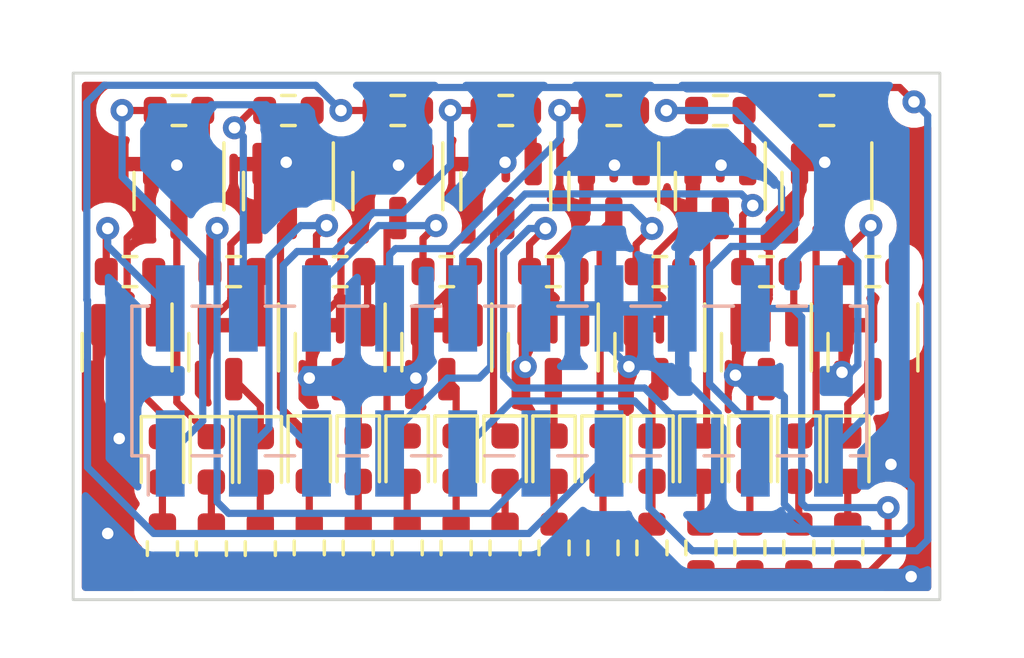
<source format=kicad_pcb>
(kicad_pcb (version 20221018) (generator pcbnew)
  (layers (0 "F.Cu" signal) (31 "B.Cu" signal) (34 "B.Paste" user) (35 "F.Paste" user) (36 "B.SilkS" user "B.Silkscreen") (37 "F.SilkS" user "F.Silkscreen") (38 "B.Mask" user) (39 "F.Mask" user) (44 "Edge.Cuts" user))
  (net 0 "")
  (net 1 "Net-(D1-K)")
  (net 2 "Net-(D1-A)")
  (net 3 "Net-(D7-K)")
  (net 4 "Net-(D7-A)")
  (net 5 "Net-(D13-K)")
  (net 6 "Net-(D13-A)")
  (net 7 "Net-(D19-K)")
  (net 8 "Net-(D19-A)")
  (net 9 "Net-(D25-K)")
  (net 10 "Net-(D25-A)")
  (net 11 "Net-(D31-K)")
  (net 12 "Net-(D31-A)")
  (net 13 "Net-(D37-K)")
  (net 14 "Net-(D37-A)")
  (net 15 "Net-(D43-K)")
  (net 16 "Net-(D43-A)")
  (net 17 "Net-(D49-K)")
  (net 18 "Net-(D49-A)")
  (net 19 "Net-(D55-K)")
  (net 20 "Net-(D55-A)")
  (net 21 "Net-(D61-K)")
  (net 22 "Net-(D61-A)")
  (net 23 "Net-(D67-K)")
  (net 24 "Net-(D67-A)")
  (net 25 "Net-(D73-K)")
  (net 26 "Net-(D73-A)")
  (net 27 "Net-(D79-K)")
  (net 28 "Net-(D79-A)")
  (net 29 "Net-(D85-K)")
  (net 30 "Net-(D85-A)")
  (net 31 "W1")
  (net 32 "B1")
  (net 33 "W2")
  (net 34 "B2")
  (net 35 "W3")
  (net 36 "B3")
  (net 37 "W4")
  (net 38 "B4")
  (net 39 "W5")
  (net 40 "B5")
  (net 41 "R1")
  (net 42 "GND")
  (net 43 "R2")
  (net 44 "R3")
  (net 45 "R4")
  (net 46 "+5V")
  (net 47 "R5")
  (net 48 "Net-(Q1-G)")
  (net 49 "Net-(Q2-G)")
  (net 50 "Net-(Q3-G)")
  (net 51 "Net-(Q4-G)")
  (net 52 "Net-(Q5-G)")
  (net 53 "Net-(Q6-G)")
  (net 54 "Net-(Q7-G)")
  (net 55 "Net-(Q8-G)")
  (net 56 "Net-(Q9-G)")
  (net 57 "Net-(Q10-G)")
  (net 58 "Net-(Q11-G)")
  (net 59 "Net-(Q12-G)")
  (net 60 "Net-(Q13-G)")
  (net 61 "Net-(Q14-G)")
  (net 62 "Net-(Q15-G)")
  (footprint "Package_TO_SOT_SMD:SOT-23" (layer "F.Cu") (at 146.875 124.9 -90)
    (fp_text reference "Q2" hide)
    (fp_text value "2N7002")
  )
  (footprint "Resistor_SMD:R_0603_1608Metric" (layer "F.Cu") (at 147.8 131.725 -90)
    (fp_text reference "R7" hide)
    (fp_text value "150")
  )
  (footprint "Resistor_SMD:R_0603_1608Metric" (layer "F.Cu") (at 158 131.7 -90)
    (fp_text reference "R49" hide)
    (fp_text value "150")
  )
  (footprint "Resistor_SMD:R_0603_1608Metric" (layer "F.Cu") (at 143.275 122.1)
    (fp_text reference "R19" hide)
    (fp_text value "100")
  )
  (footprint "Resistor_SMD:R_0603_1608Metric" (layer "F.Cu") (at 159.7 131.7 -90)
    (fp_text reference "R64" hide)
    (fp_text value "390")
  )
  (footprint "LED_SMD:LED_0603_1608Metric" (layer "F.Cu") (at 146.1 128.625 -90)
    (fp_text reference "D13" hide)
    (fp_text value "WHITE")
  )
  (footprint "Resistor_SMD:R_0603_1608Metric" (layer "F.Cu") (at 144.4 131.725 -90)
    (fp_text reference "R1" hide)
    (fp_text value "390")
  )
  (footprint "Package_TO_SOT_SMD:SOT-23" (layer "F.Cu") (at 144.975 119.3 -90)
    (fp_text reference "Q3" hide)
    (fp_text value "2N7002")
  )
  (footprint "Package_TO_SOT_SMD:SOT-23" (layer "F.Cu") (at 154.275 124.9 -90)
    (fp_text reference "Q7" hide)
    (fp_text value "2N7002")
  )
  (footprint "Resistor_SMD:R_0603_1608Metric" (layer "F.Cu") (at 154.6 131.7 -90)
    (fp_text reference "R43" hide)
    (fp_text value "390")
  )
  (footprint "LED_SMD:LED_0603_1608Metric" (layer "F.Cu") (at 152.9 128.6 -90)
    (fp_text reference "D25" hide)
    (fp_text value "RED")
  )
  (footprint "Resistor_SMD:R_0603_1608Metric" (layer "F.Cu") (at 160.075 116.5)
    (fp_text reference "R88" hide)
    (fp_text value "100")
  )
  (footprint "Package_TO_SOT_SMD:SOT-23" (layer "F.Cu") (at 165.375 124.9 -90)
    (fp_text reference "Q14" hide)
    (fp_text value "2N7002")
  )
  (footprint "Resistor_SMD:R_0603_1608Metric" (layer "F.Cu") (at 152.9 131.7 -90)
    (fp_text reference "R28" hide)
    (fp_text value "150")
  )
  (footprint "Resistor_SMD:R_0603_1608Metric" (layer "F.Cu") (at 161.4 131.7 -90)
    (fp_text reference "R76" hide)
    (fp_text value "100")
  )
  (footprint "LED_SMD:LED_0603_1608Metric" (layer "F.Cu") (at 158 128.6 -90)
    (fp_text reference "D43" hide)
    (fp_text value "RED")
  )
  (footprint "Resistor_SMD:R_0603_1608Metric" (layer "F.Cu") (at 157.975 122.1)
    (fp_text reference "R62" hide)
    (fp_text value "100")
  )
  (footprint "Package_TO_SOT_SMD:SOT-23" (layer "F.Cu") (at 156.325 119.3 -90)
    (fp_text reference "Q9" hide)
    (fp_text value "2N7002")
  )
  (footprint "LED_SMD:LED_0603_1608Metric" (layer "F.Cu") (at 163.1 128.6 -90)
    (fp_text reference "D61" hide)
    (fp_text value "RED")
  )
  (footprint "LED_SMD:LED_0603_1608Metric" (layer "F.Cu") (at 156.3 128.6 -90)
    (fp_text reference "D49" hide)
    (fp_text value "WHITE")
  )
  (footprint "Package_TO_SOT_SMD:SOT-23" (layer "F.Cu") (at 169.075 124.9 -90)
    (fp_text reference "Q15" hide)
    (fp_text value "2N7002")
  )
  (footprint "Package_TO_SOT_SMD:SOT-23" (layer "F.Cu") (at 152.575 119.3 -90)
    (fp_text reference "Q5" hide)
    (fp_text value "2N7002")
  )
  (footprint "LED_SMD:LED_0603_1608Metric" (layer "F.Cu") (at 164.8 128.6 -90)
    (fp_text reference "D79" hide)
    (fp_text value "BLUE")
  )
  (footprint "LED_SMD:LED_0603_1608Metric" (layer "F.Cu") (at 166.5 128.6 -90)
    (fp_text reference "D73" hide)
    (fp_text value "WHITE")
  )
  (footprint "Resistor_SMD:R_0603_1608Metric" (layer "F.Cu") (at 156.3 131.7 -90)
    (fp_text reference "R55" hide)
    (fp_text value "100")
  )
  (footprint "Resistor_SMD:R_0603_1608Metric" (layer "F.Cu") (at 154.275 122.1)
    (fp_text reference "R61" hide)
    (fp_text value "100")
  )
  (footprint "Resistor_SMD:R_0603_1608Metric" (layer "F.Cu") (at 146.1 131.725 -90)
    (fp_text reference "R13" hide)
    (fp_text value "100")
  )
  (footprint "LED_SMD:LED_0603_1608Metric" (layer "F.Cu") (at 147.8 128.625 -90)
    (fp_text reference "D7" hide)
    (fp_text value "RED")
  )
  (footprint "Package_TO_SOT_SMD:SOT-23" (layer "F.Cu") (at 163.775 119.3 -90)
    (fp_text reference "Q11" hide)
    (fp_text value "2N7002")
  )
  (footprint "Package_TO_SOT_SMD:SOT-23" (layer "F.Cu") (at 157.975 124.9 -90)
    (fp_text reference "Q8" hide)
    (fp_text value "2N7002")
  )
  (footprint "LED_SMD:LED_0603_1608Metric" (layer "F.Cu") (at 154.6 128.6 -90)
    (fp_text reference "D37" hide)
    (fp_text value "BLUE")
  )
  (footprint "LED_SMD:LED_0603_1608Metric" (layer "F.Cu") (at 144.4 128.625 -90)
    (fp_text reference "D1" hide)
    (fp_text value "BLUE")
  )
  (footprint "Resistor_SMD:R_0603_1608Metric" (layer "F.Cu") (at 166.5 131.7 -90)
    (fp_text reference "R82" hide)
    (fp_text value "100")
  )
  (footprint "Resistor_SMD:R_0603_1608Metric" (layer "F.Cu") (at 152.575 116.5)
    (fp_text reference "R41" hide)
    (fp_text value "100")
  )
  (footprint "Package_TO_SOT_SMD:SOT-23" (layer "F.Cu") (at 167.475 119.3 -90)
    (fp_text reference "Q13" hide)
    (fp_text value "2N7002")
  )
  (footprint "LED_SMD:LED_0603_1608Metric" (layer "F.Cu") (at 159.7 128.6 -90)
    (fp_text reference "D55" hide)
    (fp_text value "BLUE")
  )
  (footprint "Resistor_SMD:R_0603_1608Metric" (layer "F.Cu") (at 146.875 122.1)
    (fp_text reference "R20" hide)
    (fp_text value "100")
  )
  (footprint "Resistor_SMD:R_0603_1608Metric" (layer "F.Cu") (at 167.475 116.5)
    (fp_text reference "R91" hide)
    (fp_text value "100")
  )
  (footprint "Resistor_SMD:R_0603_1608Metric" (layer "F.Cu") (at 151.2 131.7 -90)
    (fp_text reference "R34" hide)
    (fp_text value "100")
  )
  (footprint "Package_TO_SOT_SMD:SOT-23" (layer "F.Cu") (at 148.775 119.3 -90)
    (fp_text reference "Q4" hide)
    (fp_text value "2N7002")
  )
  (footprint "Package_TO_SOT_SMD:SOT-23" (layer "F.Cu") (at 150.575 124.9 -90)
    (fp_text reference "Q6" hide)
    (fp_text value "2N7002")
  )
  (footprint "Resistor_SMD:R_0603_1608Metric" (layer "F.Cu") (at 150.575 122.1)
    (fp_text reference "R42" hide)
    (fp_text value "100")
  )
  (footprint "Resistor_SMD:R_0603_1608Metric" (layer "F.Cu") (at 161.675 122.1)
    (fp_text reference "R90" hide)
    (fp_text value "100")
  )
  (footprint "LED_SMD:LED_0603_1608Metric" (layer "F.Cu") (at 161.4 128.6 -90)
    (fp_text reference "D67" hide)
    (fp_text value "WHITE")
  )
  (footprint "Package_TO_SOT_SMD:SOT-23" (layer "F.Cu") (at 143.175 124.9 -90)
    (fp_text reference "Q1" hide)
    (fp_text value "2N7002")
  )
  (footprint "Resistor_SMD:R_0603_1608Metric" (layer "F.Cu") (at 169.075 122.1)
    (fp_text reference "R105" hide)
    (fp_text value "100")
  )
  (footprint "LED_SMD:LED_0603_1608Metric" (layer "F.Cu") (at 168.2 128.6 -90)
    (fp_text reference "D85" hide)
    (fp_text value "RED")
  )
  (footprint "Resistor_SMD:R_0603_1608Metric" (layer "F.Cu") (at 148.775 116.5)
    (fp_text reference "R40" hide)
    (fp_text value "100")
  )
  (footprint "LED_SMD:LED_0603_1608Metric" (layer "F.Cu") (at 151.2 128.6 -90)
    (fp_text reference "D31" hide)
    (fp_text value "WHITE")
  )
  (footprint "Package_TO_SOT_SMD:SOT-23" (layer "F.Cu") (at 161.675 124.9 -90)
    (fp_text reference "Q12" hide)
    (fp_text value "2N7002")
  )
  (footprint "Resistor_SMD:R_0603_1608Metric" (layer "F.Cu") (at 144.975 116.5)
    (fp_text reference "R21" hide)
    (fp_text value "100")
  )
  (footprint "LED_SMD:LED_0603_1608Metric" (layer "F.Cu") (at 149.5 128.6 -90)
    (fp_text reference "D19" hide)
    (fp_text value "BLUE")
  )
  (footprint "Resistor_SMD:R_0603_1608Metric" (layer "F.Cu") (at 163.775 116.5)
    (fp_text reference "R89" hide)
    (fp_text value "100")
  )
  (footprint "Resistor_SMD:R_0603_1608Metric" (layer "F.Cu") (at 165.375 122.1)
    (fp_text reference "R104" hide)
    (fp_text value "100")
  )
  (footprint "Resistor_SMD:R_0603_1608Metric" (layer "F.Cu") (at 163.1 131.7 -90)
    (fp_text reference "R70" hide)
    (fp_text value "150")
  )
  (footprint "Resistor_SMD:R_0603_1608Metric" (layer "F.Cu") (at 149.5 131.7 -90)
    (fp_text reference "R22" hide)
    (fp_text value "390")
  )
  (footprint "Resistor_SMD:R_0603_1608Metric" (layer "F.Cu") (at 168.2 131.7 -90)
    (fp_text reference "R98" hide)
    (fp_text value "150")
  )
  (footprint "Resistor_SMD:R_0603_1608Metric" (layer "F.Cu") (at 156.325 116.5)
    (fp_text reference "R63" hide)
    (fp_text value "100")
  )
  (footprint "Package_TO_SOT_SMD:SOT-23" (layer "F.Cu") (at 160.075 119.3 -90)
    (fp_text reference "Q10" hide)
    (fp_text value "2N7002")
  )
  (footprint "Resistor_SMD:R_0603_1608Metric" (layer "F.Cu") (at 164.8 131.7 -90)
    (fp_text reference "R92" hide)
    (fp_text value "390")
  )
  (footprint "Connector_PinSocket_2.54mm:PinSocket_2x10_P2.54mm_Vertical_SMD" (layer "B.Cu") (at 156.1 125.9 -90)
    (fp_text reference "J2" hide)
    (fp_text value "Conn_02x10_Odd_Even")
  )
  (gr_rect (start 141.3 115.2) (end 171.4 133.5) (stroke (width 0.1)) (fill none) (layer "Edge.Cuts"))
  (segment (start 144.4 127.0625) (end 143.175 125.8375) (width 0.25) (layer "F.Cu") (net 1))
  (segment (start 144.4 127.8375) (end 144.4 127.0625) (width 0.25) (layer "F.Cu") (net 1))
  (segment (start 144.4 130.9) (end 144.4 129.4125) (width 0.25) (layer "F.Cu") (net 2))
  (segment (start 147.8 127.8375) (end 147.8 126.7625) (width 0.25) (layer "F.Cu") (net 3))
  (segment (start 147.8 126.7625) (end 146.875 125.8375) (width 0.25) (layer "F.Cu") (net 3))
  (segment (start 147.8 130.9) (end 147.8 129.4125) (width 0.25) (layer "F.Cu") (net 4))
  (segment (start 144.9 120.3125) (end 144.975 120.2375) (width 0.25) (layer "F.Cu") (net 5))
  (segment (start 146.1 127.8375) (end 144.9 126.6375) (width 0.25) (layer "F.Cu") (net 5))
  (segment (start 144.9 126.6375) (end 144.9 120.3125) (width 0.25) (layer "F.Cu") (net 5))
  (segment (start 146.1 130.9) (end 146.1 129.4125) (width 0.25) (layer "F.Cu") (net 6))
  (segment (start 149.5 127.8125) (end 148.5 126.8125) (width 0.25) (layer "F.Cu") (net 7))
  (segment (start 148.5 126.8125) (end 148.5 120.5125) (width 0.25) (layer "F.Cu") (net 7))
  (segment (start 148.5 120.5125) (end 148.775 120.2375) (width 0.25) (layer "F.Cu") (net 7))
  (segment (start 149.5 130.875) (end 149.5 129.3875) (width 0.25) (layer "F.Cu") (net 8))
  (segment (start 152.2 127.1125) (end 152.2 120.6125) (width 0.25) (layer "F.Cu") (net 9))
  (segment (start 152.2 120.6125) (end 152.575 120.2375) (width 0.25) (layer "F.Cu") (net 9))
  (segment (start 152.9 127.8125) (end 152.2 127.1125) (width 0.25) (layer "F.Cu") (net 9))
  (segment (start 152.9 130.875) (end 152.9 129.3875) (width 0.25) (layer "F.Cu") (net 10))
  (segment (start 151.2 127.8125) (end 151.2 126.4625) (width 0.25) (layer "F.Cu") (net 11))
  (segment (start 151.2 126.4625) (end 150.575 125.8375) (width 0.25) (layer "F.Cu") (net 11))
  (segment (start 151.2 130.875) (end 151.2 129.3875) (width 0.25) (layer "F.Cu") (net 12))
  (segment (start 154.6 127.8125) (end 154.6 126.1625) (width 0.25) (layer "F.Cu") (net 13))
  (segment (start 154.6 126.1625) (end 154.275 125.8375) (width 0.25) (layer "F.Cu") (net 13))
  (segment (start 154.6 130.875) (end 154.6 129.3875) (width 0.25) (layer "F.Cu") (net 14))
  (segment (start 158 127.8125) (end 158 125.8625) (width 0.25) (layer "F.Cu") (net 15))
  (segment (start 158 125.8625) (end 157.975 125.8375) (width 0.25) (layer "F.Cu") (net 15))
  (segment (start 158 130.875) (end 158 129.3875) (width 0.25) (layer "F.Cu") (net 16))
  (segment (start 155.9 120.6625) (end 156.325 120.2375) (width 0.25) (layer "F.Cu") (net 17))
  (segment (start 156.3 127.8125) (end 155.9 127.4125) (width 0.25) (layer "F.Cu") (net 17))
  (segment (start 155.9 127.4125) (end 155.9 120.6625) (width 0.25) (layer "F.Cu") (net 17))
  (segment (start 156.3 130.875) (end 156.3 129.3875) (width 0.25) (layer "F.Cu") (net 18))
  (segment (start 159.6 120.7125) (end 160.075 120.2375) (width 0.25) (layer "F.Cu") (net 19))
  (segment (start 159.6 127.7125) (end 159.6 120.7125) (width 0.25) (layer "F.Cu") (net 19))
  (segment (start 159.7 127.8125) (end 159.6 127.7125) (width 0.25) (layer "F.Cu") (net 19))
  (segment (start 159.7 130.875) (end 159.7 129.3875) (width 0.25) (layer "F.Cu") (net 20))
  (segment (start 163.3 120.7125) (end 163.775 120.2375) (width 0.25) (layer "F.Cu") (net 21))
  (segment (start 163.3 127.6125) (end 163.3 120.7125) (width 0.25) (layer "F.Cu") (net 21))
  (segment (start 163.1 127.8125) (end 163.3 127.6125) (width 0.25) (layer "F.Cu") (net 21))
  (segment (start 163.1 130.875) (end 163.1 129.3875) (width 0.25) (layer "F.Cu") (net 22))
  (segment (start 161.4 127.8125) (end 161.4 126.1125) (width 0.25) (layer "F.Cu") (net 23))
  (segment (start 161.4 126.1125) (end 161.675 125.8375) (width 0.25) (layer "F.Cu") (net 23))
  (segment (start 161.4 130.875) (end 161.4 129.3875) (width 0.25) (layer "F.Cu") (net 24))
  (segment (start 167.1 120.6125) (end 167.475 120.2375) (width 0.25) (layer "F.Cu") (net 25))
  (segment (start 167.1 127.2125) (end 167.1 120.6125) (width 0.25) (layer "F.Cu") (net 25))
  (segment (start 166.5 127.8125) (end 167.1 127.2125) (width 0.25) (layer "F.Cu") (net 25))
  (segment (start 166.5 130.875) (end 166.5 129.3875) (width 0.25) (layer "F.Cu") (net 26))
  (segment (start 164.8 127.8125) (end 164.8 126.4125) (width 0.25) (layer "F.Cu") (net 27))
  (segment (start 164.8 126.4125) (end 165.375 125.8375) (width 0.25) (layer "F.Cu") (net 27))
  (segment (start 164.8 130.875) (end 164.8 129.3875) (width 0.25) (layer "F.Cu") (net 28))
  (segment (start 168.2 126.7125) (end 169.075 125.8375) (width 0.25) (layer "F.Cu") (net 29))
  (segment (start 168.2 127.8125) (end 168.2 126.7125) (width 0.25) (layer "F.Cu") (net 29))
  (segment (start 168.2 130.875) (end 168.2 129.3875) (width 0.25) (layer "F.Cu") (net 30))
  (segment (start 143 116.5) (end 144.15 116.5) (width 0.25) (layer "F.Cu") (net 31))
  (via (at 143 116.5) (size 0.8) (drill 0.4) (layers "F.Cu" "B.Cu") (net 31))
  (segment (start 144.67 128.42) (end 145.8 127.29) (width 0.25) (layer "B.Cu") (net 31))
  (segment (start 143 118.8) (end 143 116.5) (width 0.25) (layer "B.Cu") (net 31))
  (segment (start 145.8 121.6) (end 143 118.8) (width 0.25) (layer "B.Cu") (net 31))
  (segment (start 145.8 127.29) (end 145.8 121.6) (width 0.25) (layer "B.Cu") (net 31))
  (segment (start 142.45 120.65) (end 142.45 122.1) (width 0.25) (layer "F.Cu") (net 32))
  (segment (start 142.5 120.6) (end 142.45 120.65) (width 0.25) (layer "F.Cu") (net 32))
  (via (at 142.5 120.6) (size 0.8) (drill 0.4) (layers "F.Cu" "B.Cu") (net 32))
  (segment (start 142.5 121.21) (end 142.5 120.6) (width 0.25) (layer "B.Cu") (net 32))
  (segment (start 144.67 123.38) (end 142.5 121.21) (width 0.25) (layer "B.Cu") (net 32))
  (segment (start 149.75 120.85) (end 149.75 122.1) (width 0.25) (layer "F.Cu") (net 33))
  (segment (start 150.1 120.5) (end 149.75 120.85) (width 0.25) (layer "F.Cu") (net 33))
  (via (at 150.1 120.5) (size 0.8) (drill 0.4) (layers "F.Cu" "B.Cu") (net 33))
  (segment (start 148.1 127.53) (end 148.1 121.6) (width 0.25) (layer "B.Cu") (net 33))
  (segment (start 149.2 120.5) (end 150.1 120.5) (width 0.25) (layer "B.Cu") (net 33))
  (segment (start 148.1 121.6) (end 149.2 120.5) (width 0.25) (layer "B.Cu") (net 33))
  (segment (start 147.21 128.42) (end 148.1 127.53) (width 0.25) (layer "B.Cu") (net 33))
  (segment (start 146.9 117.1) (end 147.5 116.5) (width 0.25) (layer "F.Cu") (net 34))
  (segment (start 147.5 116.5) (end 147.95 116.5) (width 0.25) (layer "F.Cu") (net 34))
  (via (at 146.9 117.1) (size 0.8) (drill 0.4) (layers "F.Cu" "B.Cu") (net 34))
  (segment (start 146.9 117.1) (end 147.21 117.41) (width 0.25) (layer "B.Cu") (net 34))
  (segment (start 147.21 117.41) (end 147.21 123.38) (width 0.25) (layer "B.Cu") (net 34))
  (segment (start 154.4 116.5) (end 155.5 116.5) (width 0.25) (layer "F.Cu") (net 35))
  (via (at 154.4 116.5) (size 0.8) (drill 0.4) (layers "F.Cu" "B.Cu") (net 35))
  (segment (start 152.75 120.05) (end 154.4 118.4) (width 0.25) (layer "B.Cu") (net 35))
  (segment (start 151.713604 120.05) (end 152.75 120.05) (width 0.25) (layer "B.Cu") (net 35))
  (segment (start 148.6 121.88) (end 149.08 121.4) (width 0.25) (layer "B.Cu") (net 35))
  (segment (start 150.363604 121.4) (end 151.713604 120.05) (width 0.25) (layer "B.Cu") (net 35))
  (segment (start 148.6 127.27) (end 148.6 121.88) (width 0.25) (layer "B.Cu") (net 35))
  (segment (start 149.08 121.4) (end 150.363604 121.4) (width 0.25) (layer "B.Cu") (net 35))
  (segment (start 149.75 128.42) (end 148.6 127.27) (width 0.25) (layer "B.Cu") (net 35))
  (segment (start 154.4 118.4) (end 154.4 116.5) (width 0.25) (layer "B.Cu") (net 35))
  (segment (start 153.45 120.95) (end 153.45 122.1) (width 0.25) (layer "F.Cu") (net 36))
  (segment (start 153.9 120.5) (end 153.45 120.95) (width 0.25) (layer "F.Cu") (net 36))
  (via (at 153.9 120.5) (size 0.8) (drill 0.4) (layers "F.Cu" "B.Cu") (net 36))
  (segment (start 149.75 123.38) (end 149.75 122.65) (width 0.25) (layer "B.Cu") (net 36))
  (segment (start 149.75 122.65) (end 151.9 120.5) (width 0.25) (layer "B.Cu") (net 36))
  (segment (start 151.9 120.5) (end 153.9 120.5) (width 0.25) (layer "B.Cu") (net 36))
  (segment (start 160.85 122.1) (end 160.85 121.15) (width 0.25) (layer "F.Cu") (net 37))
  (segment (start 160.85 121.15) (end 161.4 120.6) (width 0.25) (layer "F.Cu") (net 37))
  (via (at 161.4 120.6) (size 0.8) (drill 0.4) (layers "F.Cu" "B.Cu") (net 37))
  (segment (start 160.675 119.875) (end 161.4 120.6) (width 0.25) (layer "B.Cu") (net 37))
  (segment (start 152.29 128.42) (end 152.29 127.81) (width 0.25) (layer "B.Cu") (net 37))
  (segment (start 157.225 119.875) (end 160.675 119.875) (width 0.25) (layer "B.Cu") (net 37))
  (segment (start 152.29 127.81) (end 154.3 125.8) (width 0.25) (layer "B.Cu") (net 37))
  (segment (start 155.4 125.8) (end 155.8 125.4) (width 0.25) (layer "B.Cu") (net 37))
  (segment (start 154.3 125.8) (end 155.4 125.8) (width 0.25) (layer "B.Cu") (net 37))
  (segment (start 155.8 125.4) (end 155.8 121.3) (width 0.25) (layer "B.Cu") (net 37))
  (segment (start 155.8 121.3) (end 157.225 119.875) (width 0.25) (layer "B.Cu") (net 37))
  (segment (start 158.2 116.5) (end 159.25 116.5) (width 0.25) (layer "F.Cu") (net 38))
  (via (at 158.2 116.5) (size 0.8) (drill 0.4) (layers "F.Cu" "B.Cu") (net 38))
  (segment (start 154.4 121.3) (end 158.2 117.5) (width 0.25) (layer "B.Cu") (net 38))
  (segment (start 158.2 117.5) (end 158.2 116.5) (width 0.25) (layer "B.Cu") (net 38))
  (segment (start 152.5 121.3) (end 154.4 121.3) (width 0.25) (layer "B.Cu") (net 38))
  (segment (start 152.29 123.38) (end 152.29 121.51) (width 0.25) (layer "B.Cu") (net 38))
  (segment (start 152.29 121.51) (end 152.5 121.3) (width 0.25) (layer "B.Cu") (net 38))
  (segment (start 167.45 115.7) (end 166.65 116.5) (width 0.25) (layer "F.Cu") (net 39))
  (segment (start 170 115.7) (end 167.45 115.7) (width 0.25) (layer "F.Cu") (net 39))
  (segment (start 170.5 116.2) (end 170 115.7) (width 0.25) (layer "F.Cu") (net 39))
  (via (at 170.5 116.2) (size 0.8) (drill 0.4) (layers "F.Cu" "B.Cu") (net 39))
  (segment (start 162.8 131.8) (end 161.3 130.3) (width 0.25) (layer "B.Cu") (net 39))
  (segment (start 160.795 126.595) (end 156.545 126.595) (width 0.25) (layer "B.Cu") (net 39))
  (segment (start 161.3 127.1) (end 160.795 126.595) (width 0.25) (layer "B.Cu") (net 39))
  (segment (start 170.6 131.8) (end 162.8 131.8) (width 0.25) (layer "B.Cu") (net 39))
  (segment (start 170.975 116.675) (end 170.975 131.425) (width 0.25) (layer "B.Cu") (net 39))
  (segment (start 170.5 116.2) (end 170.975 116.675) (width 0.25) (layer "B.Cu") (net 39))
  (segment (start 170.975 131.425) (end 170.6 131.8) (width 0.25) (layer "B.Cu") (net 39))
  (segment (start 156.545 126.595) (end 154.83 128.31) (width 0.25) (layer "B.Cu") (net 39))
  (segment (start 154.83 128.31) (end 154.83 128.42) (width 0.25) (layer "B.Cu") (net 39))
  (segment (start 161.3 130.3) (end 161.3 127.1) (width 0.25) (layer "B.Cu") (net 39))
  (segment (start 164.55 120.15) (end 164.55 122.1) (width 0.25) (layer "F.Cu") (net 40))
  (segment (start 164.9 119.8) (end 164.55 120.15) (width 0.25) (layer "F.Cu") (net 40))
  (via (at 164.9 119.8) (size 0.8) (drill 0.4) (layers "F.Cu" "B.Cu") (net 40))
  (segment (start 164.9 119.8) (end 164.5 119.4) (width 0.25) (layer "B.Cu") (net 40))
  (segment (start 157 119.4) (end 154.83 121.57) (width 0.25) (layer "B.Cu") (net 40))
  (segment (start 164.5 119.4) (end 157 119.4) (width 0.25) (layer "B.Cu") (net 40))
  (segment (start 154.83 121.57) (end 154.83 123.38) (width 0.25) (layer "B.Cu") (net 40))
  (segment (start 146.05 120.85) (end 146.3 120.6) (width 0.25) (layer "F.Cu") (net 41))
  (segment (start 146.05 122.1) (end 146.05 120.85) (width 0.25) (layer "F.Cu") (net 41))
  (via (at 146.3 120.6) (size 0.8) (drill 0.4) (layers "F.Cu" "B.Cu") (net 41))
  (segment (start 146.3 120.6) (end 146.3 130.1) (width 0.25) (layer "B.Cu") (net 41))
  (segment (start 157.37 128.93) (end 157.37 128.42) (width 0.25) (layer "B.Cu") (net 41))
  (segment (start 146.7 130.5) (end 155.8 130.5) (width 0.25) (layer "B.Cu") (net 41))
  (segment (start 146.3 130.1) (end 146.7 130.5) (width 0.25) (layer "B.Cu") (net 41))
  (segment (start 155.8 130.5) (end 157.37 128.93) (width 0.25) (layer "B.Cu") (net 41))
  (segment (start 147.825 120.100305) (end 147.825 118.3625) (width 0.25) (layer "F.Cu") (net 42))
  (segment (start 150.6 121.025305) (end 151.3 120.325305) (width 0.25) (layer "F.Cu") (net 42))
  (segment (start 161.575 121.450305) (end 162.825 120.200305) (width 0.25) (layer "F.Cu") (net 42))
  (segment (start 150.6 122.9875) (end 150.6 121.025305) (width 0.25) (layer "F.Cu") (net 42))
  (segment (start 166.525 119.200305) (end 166.525 118.3625) (width 0.25) (layer "F.Cu") (net 42))
  (segment (start 143.175 120.925) (end 144.025 120.075) (width 0.25) (layer "F.Cu") (net 42))
  (segment (start 146.775 123.1125) (end 146.775 121.150305) (width 0.25) (layer "F.Cu") (net 42))
  (segment (start 153.325 123.9625) (end 153.325 123.775) (width 0.25) (layer "F.Cu") (net 42))
  (segment (start 154.375 122.725) (end 154.375 121.325) (width 0.25) (layer "F.Cu") (net 42))
  (segment (start 143.175 123.0125) (end 143.175 120.925) (width 0.25) (layer "F.Cu") (net 42))
  (segment (start 160.725 123.9625) (end 161.575 123.1125) (width 0.25) (layer "F.Cu") (net 42))
  (segment (start 157.875 121.525) (end 159.125 120.275) (width 0.25) (layer "F.Cu") (net 42))
  (segment (start 170.825 132.275) (end 170.825 129.725) (width 0.25) (layer "F.Cu") (net 42))
  (segment (start 161.575 123.1125) (end 161.575 121.450305) (width 0.25) (layer "F.Cu") (net 42))
  (segment (start 170.825 129.725) (end 169.9 128.8) (width 0.25) (layer "F.Cu") (net 42))
  (segment (start 157.025 123.9625) (end 157.875 123.1125) (width 0.25) (layer "F.Cu") (net 42))
  (segment (start 165.475 122.9125) (end 165.475 120.250305) (width 0.25) (layer "F.Cu") (net 42))
  (segment (start 151.625 119.275) (end 151.625 118.3625) (width 0.25) (layer "F.Cu") (net 42))
  (segment (start 151.3 119.6) (end 151.625 119.275) (width 0.25) (layer "F.Cu") (net 42))
  (segment (start 151.3 120.325305) (end 151.3 119.6) (width 0.25) (layer "F.Cu") (net 42))
  (segment (start 162.825 120.200305) (end 162.825 118.3625) (width 0.25) (layer "F.Cu") (net 42))
  (segment (start 164.425 123.9625) (end 165.475 122.9125) (width 0.25) (layer "F.Cu") (net 42))
  (segment (start 157.875 123.1125) (end 157.875 121.525) (width 0.25) (layer "F.Cu") (net 42))
  (segment (start 159.125 120.275) (end 159.125 118.3625) (width 0.25) (layer "F.Cu") (net 42))
  (segment (start 165.475 120.250305) (end 166.525 119.200305) (width 0.25) (layer "F.Cu") (net 42))
  (segment (start 144.025 120.075) (end 144.025 118.3625) (width 0.25) (layer "F.Cu") (net 42))
  (segment (start 155.375 120.325) (end 155.375 118.3625) (width 0.25) (layer "F.Cu") (net 42))
  (segment (start 142.225 123.9625) (end 143.175 123.0125) (width 0.25) (layer "F.Cu") (net 42))
  (segment (start 149.625 123.9625) (end 150.6 122.9875) (width 0.25) (layer "F.Cu") (net 42))
  (segment (start 145.925 123.9625) (end 146.775 123.1125) (width 0.25) (layer "F.Cu") (net 42))
  (segment (start 169.9 128.8) (end 169.7 128.8) (width 0.25) (layer "F.Cu") (net 42))
  (segment (start 154.375 121.325) (end 155.375 120.325) (width 0.25) (layer "F.Cu") (net 42))
  (segment (start 170.4 132.7) (end 170.825 132.275) (width 0.25) (layer "F.Cu") (net 42))
  (segment (start 153.325 123.775) (end 154.375 122.725) (width 0.25) (layer "F.Cu") (net 42))
  (segment (start 146.775 121.150305) (end 147.825 120.100305) (width 0.25) (layer "F.Cu") (net 42))
  (via (at 168 125.6) (size 0.8) (drill 0.4) (layers "F.Cu" "B.Cu") (net 42))
  (via (at 144.9 118.4) (size 0.8) (drill 0.4) (layers "F.Cu" "B.Cu") (net 42))
  (via (at 153.2 125.8) (size 0.8) (drill 0.4) (layers "F.Cu" "B.Cu") (net 42))
  (via (at 170.4 132.7) (size 0.8) (drill 0.4) (layers "F.Cu" "B.Cu") (net 42))
  (via (at 160.6 125.4) (size 0.8) (drill 0.4) (layers "F.Cu" "B.Cu") (net 42))
  (via (at 164.3 125.7) (size 0.8) (drill 0.4) (layers "F.Cu" "B.Cu") (net 42))
  (via (at 160.1 118.4) (size 0.8) (drill 0.4) (layers "F.Cu" "B.Cu") (net 42))
  (via (at 152.6 118.4) (size 0.8) (drill 0.4) (layers "F.Cu" "B.Cu") (net 42))
  (via (at 148.7 118.3) (size 0.8) (drill 0.4) (layers "F.Cu" "B.Cu") (net 42))
  (via (at 157 125.4) (size 0.8) (drill 0.4) (layers "F.Cu" "B.Cu") (net 42))
  (via (at 167.4 118.3) (size 0.8) (drill 0.4) (layers "F.Cu" "B.Cu") (net 42))
  (via (at 163.8 118.4) (size 0.8) (drill 0.4) (layers "F.Cu" "B.Cu") (net 42))
  (via (at 149.5 125.8) (size 0.8) (drill 0.4) (layers "F.Cu" "B.Cu") (net 42))
  (via (at 156.3 118.3) (size 0.8) (drill 0.4) (layers "F.Cu" "B.Cu") (net 42))
  (via (at 142.5 131.2) (size 0.8) (drill 0.4) (layers "F.Cu" "B.Cu") (net 42))
  (via (at 169.7 128.8) (size 0.8) (drill 0.4) (layers "F.Cu" "B.Cu") (net 42))
  (via (at 142.9 127.9) (size 0.8) (drill 0.4) (layers "F.Cu" "B.Cu") (net 42))
  (segment (start 166.4 130.6) (end 166.411802 130.588198) (width 0.25) (layer "B.Cu") (net 42))
  (segment (start 170.4 130.9) (end 170.1 131.2) (width 0.25) (layer "B.Cu") (net 42))
  (segment (start 160.1 116.6) (end 161 115.7) (width 0.25) (layer "B.Cu") (net 42))
  (segment (start 164.8 115.7) (end 167.4 118.3) (width 0.25) (layer "B.Cu") (net 42))
  (segment (start 169.7 128.8) (end 170.4 129.5) (width 0.25) (layer "B.Cu") (net 42))
  (segment (start 148.7 117) (end 148.7 118.3) (width 0.25) (layer "B.Cu") (net 42))
  (segment (start 159.91 123.38) (end 159.91 124.71) (width 0.25) (layer "B.Cu") (net 42))
  (segment (start 146.1 116.3) (end 148 116.3) (width 0.25) (layer "B.Cu") (net 42))
  (segment (start 160.1 116.6) (end 159.2 115.7) (width 0.25) (layer "B.Cu") (net 42))
  (segment (start 170.4 129.5) (end 170.4 130.9) (width 0.25) (layer "B.Cu") (net 42))
  (segment (start 165.25 125.7) (end 164.3 125.7) (width 0.25) (layer "B.Cu") (net 42))
  (segment (start 168.55 121.75) (end 167.4 120.6) (width 0.25) (layer "B.Cu") (net 42))
  (segment (start 167.4 120.6) (end 167.4 118.3) (width 0.25) (layer "B.Cu") (net 42))
  (segment (start 159.91 124.71) (end 160.6 125.4) (width 0.25) (layer "B.Cu") (net 42))
  (segment (start 168 125.6) (end 168.3 125.6) (width 0.25) (layer "B.Cu") (net 42))
  (segment (start 152.6 115.7) (end 152.6 118.4) (width 0.25) (layer "B.Cu") (net 42))
  (segment (start 164.1 130.6) (end 166.4 130.6) (width 0.25) (layer "B.Cu") (net 42))
  (segment (start 144.9 118.4) (end 144.9 117.5) (width 0.25) (layer "B.Cu") (net 42))
  (segment (start 157 125.4) (end 157 123.75) (width 0.25) (layer "B.Cu") (net 42))
  (segment (start 161 115.7) (end 164.8 115.7) (width 0.25) (layer "B.Cu") (net 42))
  (segment (start 167.023604 131.2) (end 166.411802 130.588198) (width 0.25) (layer "B.Cu") (net 42))
  (segment (start 168.3 125.6) (end 168.55 125.35) (width 0.25) (layer "B.Cu") (net 42))
  (segment (start 144.9 117.5) (end 146.1 116.3) (width 0.25) (layer "B.Cu") (net 42))
  (segment (start 157.37 123.38) (end 162.45 123.38) (width 0.25) (layer "B.Cu") (net 42))
  (segment (start 163.38 120.7) (end 162.45 121.63) (width 0.25) (layer "B.Cu") (net 42))
  (segment (start 165.9 119.2) (end 165.9 120.025305) (width 0.25) (layer "B.Cu") (net 42))
  (segment (start 162.08 125.4) (end 163.7 127.02) (width 0.25) (layer "B.Cu") (net 42))
  (segment (start 166 130.176396) (end 166 126.45) (width 0.25) (layer "B.Cu") (net 42))
  (segment (start 163.7 130.2) (end 164.1 130.6) (width 0.25) (layer "B.Cu") (net 42))
  (segment (start 160.6 125.4) (end 162.08 125.4) (width 0.25) (layer "B.Cu") (net 42))
  (segment (start 163.8 118.4) (end 165.1 118.4) (width 0.25) (layer "B.Cu") (net 42))
  (segment (start 165.1 118.4) (end 165.9 119.2) (width 0.25) (layer "B.Cu") (net 42))
  (segment (start 168.55 125.35) (end 168.55 121.75) (width 0.25) (layer "B.Cu") (net 42))
  (segment (start 165.9 120.025305) (end 165.225305 120.7) (width 0.25) (layer "B.Cu") (net 42))
  (segment (start 148 116.3) (end 148.7 117) (width 0.25) (layer "B.Cu") (net 42))
  (segment (start 165.225305 120.7) (end 163.38 120.7) (width 0.25) (layer "B.Cu") (net 42))
  (segment (start 170.1 131.2) (end 167.023604 131.2) (width 0.25) (layer "B.Cu") (net 42))
  (segment (start 159.2 115.7) (end 152.6 115.7) (width 0.25) (layer "B.Cu") (net 42))
  (segment (start 166 126.45) (end 165.25 125.7) (width 0.25) (layer "B.Cu") (net 42))
  (segment (start 166.411802 130.588198) (end 166 130.176396) (width 0.25) (layer "B.Cu") (net 42))
  (segment (start 162.45 121.63) (end 162.45 123.38) (width 0.25) (layer "B.Cu") (net 42))
  (segment (start 163.7 127.02) (end 163.7 130.2) (width 0.25) (layer "B.Cu") (net 42))
  (segment (start 160.1 118.4) (end 160.1 116.6) (width 0.25) (layer "B.Cu") (net 42))
  (segment (start 157 123.75) (end 157.37 123.38) (width 0.25) (layer "B.Cu") (net 42))
  (segment (start 150.6 116.5) (end 151.75 116.5) (width 0.25) (layer "F.Cu") (net 43))
  (via (at 150.6 116.5) (size 0.8) (drill 0.4) (layers "F.Cu" "B.Cu") (net 43))
  (segment (start 157.13 131.2) (end 159.91 128.42) (width 0.25) (layer "B.Cu") (net 43))
  (segment (start 144.1 131.2) (end 157.13 131.2) (width 0.25) (layer "B.Cu") (net 43))
  (segment (start 141.775 123.075) (end 141.8 123.1) (width 0.25) (layer "B.Cu") (net 43))
  (segment (start 150.6 116.5) (end 149.725 115.625) (width 0.25) (layer "B.Cu") (net 43))
  (segment (start 141.8 123.1) (end 141.8 128.9) (width 0.25) (layer "B.Cu") (net 43))
  (segment (start 149.725 115.625) (end 142.375 115.625) (width 0.25) (layer "B.Cu") (net 43))
  (segment (start 141.775 116.225) (end 141.775 123.075) (width 0.25) (layer "B.Cu") (net 43))
  (segment (start 141.8 128.9) (end 144.1 131.2) (width 0.25) (layer "B.Cu") (net 43))
  (segment (start 142.375 115.625) (end 141.775 116.225) (width 0.25) (layer "B.Cu") (net 43))
  (segment (start 157.15 122.1) (end 157.15 121.15) (width 0.25) (layer "F.Cu") (net 44))
  (segment (start 157.15 121.15) (end 157.7 120.6) (width 0.25) (layer "F.Cu") (net 44))
  (via (at 157.7 120.6) (size 0.8) (drill 0.4) (layers "F.Cu" "B.Cu") (net 44))
  (segment (start 161.145 126.145) (end 162.45 127.45) (width 0.25) (layer "B.Cu") (net 44))
  (segment (start 156.25 125.75) (end 156.645 126.145) (width 0.25) (layer "B.Cu") (net 44))
  (segment (start 162.45 127.45) (end 162.45 128.42) (width 0.25) (layer "B.Cu") (net 44))
  (segment (start 156.645 126.145) (end 161.145 126.145) (width 0.25) (layer "B.Cu") (net 44))
  (segment (start 157.136396 120.6) (end 156.25 121.486396) (width 0.25) (layer "B.Cu") (net 44))
  (segment (start 156.25 121.486396) (end 156.25 125.75) (width 0.25) (layer "B.Cu") (net 44))
  (segment (start 157.7 120.6) (end 157.136396 120.6) (width 0.25) (layer "B.Cu") (net 44))
  (segment (start 161.9 116.5) (end 162.95 116.5) (width 0.25) (layer "F.Cu") (net 45))
  (via (at 161.9 116.5) (size 0.8) (drill 0.4) (layers "F.Cu" "B.Cu") (net 45))
  (segment (start 163.4 121.975305) (end 163.4 126) (width 0.25) (layer "B.Cu") (net 45))
  (segment (start 164.150305 121.225) (end 163.4 121.975305) (width 0.25) (layer "B.Cu") (net 45))
  (segment (start 166.4 118.6) (end 166.4 120.425305) (width 0.25) (layer "B.Cu") (net 45))
  (segment (start 164.99 127.59) (end 164.99 128.42) (width 0.25) (layer "B.Cu") (net 45))
  (segment (start 161.9 116.5) (end 164.3 116.5) (width 0.25) (layer "B.Cu") (net 45))
  (segment (start 165.600305 121.225) (end 164.150305 121.225) (width 0.25) (layer "B.Cu") (net 45))
  (segment (start 163.4 126) (end 164.99 127.59) (width 0.25) (layer "B.Cu") (net 45))
  (segment (start 166.4 120.425305) (end 165.600305 121.225) (width 0.25) (layer "B.Cu") (net 45))
  (segment (start 164.3 116.5) (end 166.4 118.6) (width 0.25) (layer "B.Cu") (net 45))
  (segment (start 168.2 132.525) (end 144.425 132.525) (width 0.25) (layer "F.Cu") (net 46))
  (segment (start 144.425 132.525) (end 144.4 132.55) (width 0.25) (layer "F.Cu") (net 46))
  (segment (start 168.975 132.525) (end 168.2 132.525) (width 0.25) (layer "F.Cu") (net 46))
  (segment (start 169.6 131.9) (end 168.975 132.525) (width 0.25) (layer "F.Cu") (net 46))
  (segment (start 169.6 130.3) (end 169.6 131.9) (width 0.25) (layer "F.Cu") (net 46))
  (via (at 169.6 130.3) (size 0.8) (drill 0.4) (layers "F.Cu" "B.Cu") (net 46))
  (segment (start 164.99 123.38) (end 166.3 123.38) (width 0.25) (layer "B.Cu") (net 46))
  (segment (start 166.6 123.68) (end 166.3 123.38) (width 0.25) (layer "B.Cu") (net 46))
  (segment (start 166.6 130.14) (end 166.6 123.68) (width 0.25) (layer "B.Cu") (net 46))
  (segment (start 169.6 130.3) (end 166.76 130.3) (width 0.25) (layer "B.Cu") (net 46))
  (segment (start 166.76 130.3) (end 166.6 130.14) (width 0.25) (layer "B.Cu") (net 46))
  (segment (start 166.3 123.38) (end 167.53 123.38) (width 0.25) (layer "B.Cu") (net 46))
  (segment (start 168.25 122.1) (end 168.25 121.25) (width 0.25) (layer "F.Cu") (net 47))
  (segment (start 168.25 121.25) (end 169 120.5) (width 0.25) (layer "F.Cu") (net 47))
  (via (at 169 120.5) (size 0.8) (drill 0.4) (layers "F.Cu" "B.Cu") (net 47))
  (segment (start 169 126.95) (end 169 120.5) (width 0.25) (layer "B.Cu") (net 47))
  (segment (start 167.53 128.42) (end 169 126.95) (width 0.25) (layer "B.Cu") (net 47))
  (segment (start 144.125 123.9625) (end 144.125 122.125) (width 0.25) (layer "F.Cu") (net 48))
  (segment (start 144.125 122.125) (end 144.1 122.1) (width 0.25) (layer "F.Cu") (net 48))
  (segment (start 147.825 123.9625) (end 147.825 122.225) (width 0.25) (layer "F.Cu") (net 49))
  (segment (start 147.825 122.225) (end 147.7 122.1) (width 0.25) (layer "F.Cu") (net 49))
  (segment (start 145.925 118.3625) (end 145.925 116.625) (width 0.25) (layer "F.Cu") (net 50))
  (segment (start 145.925 116.625) (end 145.8 116.5) (width 0.25) (layer "F.Cu") (net 50))
  (segment (start 149.725 116.625) (end 149.6 116.5) (width 0.25) (layer "F.Cu") (net 51))
  (segment (start 149.725 118.3625) (end 149.725 116.625) (width 0.25) (layer "F.Cu") (net 51))
  (segment (start 153.525 118.3625) (end 153.525 116.625) (width 0.25) (layer "F.Cu") (net 52))
  (segment (start 153.525 116.625) (end 153.4 116.5) (width 0.25) (layer "F.Cu") (net 52))
  (segment (start 151.525 123.9625) (end 151.525 122.225) (width 0.25) (layer "F.Cu") (net 53))
  (segment (start 151.525 122.225) (end 151.4 122.1) (width 0.25) (layer "F.Cu") (net 53))
  (segment (start 155.225 122.225) (end 155.1 122.1) (width 0.25) (layer "F.Cu") (net 54))
  (segment (start 155.225 123.9625) (end 155.225 122.225) (width 0.25) (layer "F.Cu") (net 54))
  (segment (start 158.925 123.9625) (end 158.925 122.225) (width 0.25) (layer "F.Cu") (net 55))
  (segment (start 158.925 122.225) (end 158.8 122.1) (width 0.25) (layer "F.Cu") (net 55))
  (segment (start 157.275 116.625) (end 157.15 116.5) (width 0.25) (layer "F.Cu") (net 56))
  (segment (start 157.275 118.3625) (end 157.275 116.625) (width 0.25) (layer "F.Cu") (net 56))
  (segment (start 161.025 116.625) (end 160.9 116.5) (width 0.25) (layer "F.Cu") (net 57))
  (segment (start 161.025 118.3625) (end 161.025 116.625) (width 0.25) (layer "F.Cu") (net 57))
  (segment (start 164.725 118.3625) (end 164.725 116.625) (width 0.25) (layer "F.Cu") (net 58))
  (segment (start 164.725 116.625) (end 164.6 116.5) (width 0.25) (layer "F.Cu") (net 58))
  (segment (start 162.625 123.9625) (end 162.625 122.225) (width 0.25) (layer "F.Cu") (net 59))
  (segment (start 162.625 122.225) (end 162.5 122.1) (width 0.25) (layer "F.Cu") (net 59))
  (segment (start 168.425 118.3625) (end 168.425 116.625) (width 0.25) (layer "F.Cu") (net 60))
  (segment (start 168.425 116.625) (end 168.3 116.5) (width 0.25) (layer "F.Cu") (net 60))
  (segment (start 166.325 122.225) (end 166.2 122.1) (width 0.25) (layer "F.Cu") (net 61))
  (segment (start 166.325 123.9625) (end 166.325 122.225) (width 0.25) (layer "F.Cu") (net 61))
  (segment (start 170.025 122.225) (end 169.9 122.1) (width 0.25) (layer "F.Cu") (net 62))
  (segment (start 170.025 123.9625) (end 170.025 122.225) (width 0.25) (layer "F.Cu") (net 62))
  (zone (net 42) (net_name "GND") (layers "F&B.Cu") (connect_pads (clearance 0.5)) (min_thickness 0.25) (fill yes (thermal_gap 0.5) (thermal_bridge_width 0.5))
    (polygon (pts (xy 138.76 112.66) (xy 138.76 135.52) (xy 174.32 135.52) (xy 174.32 112.66)))
  )
)
</source>
